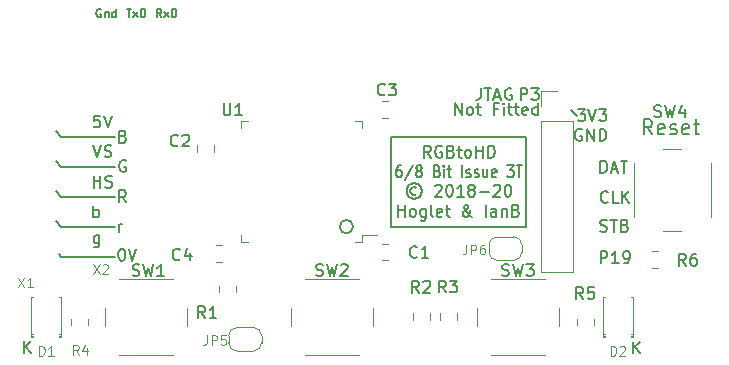
<source format=gto>
G04 #@! TF.GenerationSoftware,KiCad,Pcbnew,(5.1.4)-1*
G04 #@! TF.CreationDate,2020-02-28T01:40:15+00:00*
G04 #@! TF.ProjectId,rgb-to-hdmi,7267622d-746f-42d6-9864-6d692e6b6963,rev?*
G04 #@! TF.SameCoordinates,Original*
G04 #@! TF.FileFunction,Legend,Top*
G04 #@! TF.FilePolarity,Positive*
%FSLAX46Y46*%
G04 Gerber Fmt 4.6, Leading zero omitted, Abs format (unit mm)*
G04 Created by KiCad (PCBNEW (5.1.4)-1) date 2020-02-28 01:40:15*
%MOMM*%
%LPD*%
G04 APERTURE LIST*
%ADD10C,0.120000*%
%ADD11C,0.150000*%
%ADD12C,0.130000*%
%ADD13C,0.200000*%
G04 APERTURE END LIST*
D10*
X21974380Y-47572864D02*
X22507714Y-48372864D01*
X22507714Y-47572864D02*
X21974380Y-48372864D01*
X23231523Y-48372864D02*
X22774380Y-48372864D01*
X23002952Y-48372864D02*
X23002952Y-47572864D01*
X22926761Y-47687150D01*
X22850571Y-47763340D01*
X22774380Y-47801436D01*
X28354380Y-46442864D02*
X28887714Y-47242864D01*
X28887714Y-46442864D02*
X28354380Y-47242864D01*
X29154380Y-46519055D02*
X29192476Y-46480960D01*
X29268666Y-46442864D01*
X29459142Y-46442864D01*
X29535333Y-46480960D01*
X29573428Y-46519055D01*
X29611523Y-46595245D01*
X29611523Y-46671436D01*
X29573428Y-46785721D01*
X29116285Y-47242864D01*
X29611523Y-47242864D01*
D11*
X25642000Y-35620960D02*
X25184800Y-35163760D01*
X26150000Y-35620960D02*
X25642000Y-35620960D01*
X25642000Y-45780960D02*
X25438800Y-45577760D01*
X26150000Y-45780960D02*
X25642000Y-45780960D01*
X25642000Y-43240960D02*
X25184800Y-42783760D01*
X26150000Y-43240960D02*
X25642000Y-43240960D01*
X25642000Y-40700960D02*
X25184800Y-40243760D01*
X26175400Y-40700960D02*
X25642000Y-40700960D01*
X25642000Y-38160960D02*
X25184800Y-37703760D01*
X26150000Y-38160960D02*
X25642000Y-38160960D01*
X71290714Y-46334940D02*
X71290714Y-45334940D01*
X71671666Y-45334940D01*
X71766904Y-45382560D01*
X71814523Y-45430179D01*
X71862142Y-45525417D01*
X71862142Y-45668274D01*
X71814523Y-45763512D01*
X71766904Y-45811131D01*
X71671666Y-45858750D01*
X71290714Y-45858750D01*
X72814523Y-46334940D02*
X72243095Y-46334940D01*
X72528809Y-46334940D02*
X72528809Y-45334940D01*
X72433571Y-45477798D01*
X72338333Y-45573036D01*
X72243095Y-45620655D01*
X73290714Y-46334940D02*
X73481190Y-46334940D01*
X73576428Y-46287321D01*
X73624047Y-46239702D01*
X73719285Y-46096845D01*
X73766904Y-45906369D01*
X73766904Y-45525417D01*
X73719285Y-45430179D01*
X73671666Y-45382560D01*
X73576428Y-45334940D01*
X73385952Y-45334940D01*
X73290714Y-45382560D01*
X73243095Y-45430179D01*
X73195476Y-45525417D01*
X73195476Y-45763512D01*
X73243095Y-45858750D01*
X73290714Y-45906369D01*
X73385952Y-45953988D01*
X73576428Y-45953988D01*
X73671666Y-45906369D01*
X73719285Y-45858750D01*
X73766904Y-45763512D01*
X71262133Y-43620321D02*
X71404990Y-43667940D01*
X71643085Y-43667940D01*
X71738323Y-43620321D01*
X71785942Y-43572702D01*
X71833561Y-43477464D01*
X71833561Y-43382226D01*
X71785942Y-43286988D01*
X71738323Y-43239369D01*
X71643085Y-43191750D01*
X71452609Y-43144131D01*
X71357371Y-43096512D01*
X71309752Y-43048893D01*
X71262133Y-42953655D01*
X71262133Y-42858417D01*
X71309752Y-42763179D01*
X71357371Y-42715560D01*
X71452609Y-42667940D01*
X71690704Y-42667940D01*
X71833561Y-42715560D01*
X72119276Y-42667940D02*
X72690704Y-42667940D01*
X72404990Y-43667940D02*
X72404990Y-42667940D01*
X73357371Y-43144131D02*
X73500228Y-43191750D01*
X73547847Y-43239369D01*
X73595466Y-43334607D01*
X73595466Y-43477464D01*
X73547847Y-43572702D01*
X73500228Y-43620321D01*
X73404990Y-43667940D01*
X73024038Y-43667940D01*
X73024038Y-42667940D01*
X73357371Y-42667940D01*
X73452609Y-42715560D01*
X73500228Y-42763179D01*
X73547847Y-42858417D01*
X73547847Y-42953655D01*
X73500228Y-43048893D01*
X73452609Y-43096512D01*
X73357371Y-43144131D01*
X73024038Y-43144131D01*
X71281171Y-38664140D02*
X71281171Y-37664140D01*
X71519266Y-37664140D01*
X71662123Y-37711760D01*
X71757361Y-37806998D01*
X71804980Y-37902236D01*
X71852600Y-38092712D01*
X71852600Y-38235569D01*
X71804980Y-38426045D01*
X71757361Y-38521283D01*
X71662123Y-38616521D01*
X71519266Y-38664140D01*
X71281171Y-38664140D01*
X72233552Y-38378426D02*
X72709742Y-38378426D01*
X72138314Y-38664140D02*
X72471647Y-37664140D01*
X72804980Y-38664140D01*
X72995457Y-37664140D02*
X73566885Y-37664140D01*
X73281171Y-38664140D02*
X73281171Y-37664140D01*
X71909761Y-41134302D02*
X71862142Y-41181921D01*
X71719285Y-41229540D01*
X71624047Y-41229540D01*
X71481190Y-41181921D01*
X71385952Y-41086683D01*
X71338333Y-40991445D01*
X71290714Y-40800969D01*
X71290714Y-40658112D01*
X71338333Y-40467636D01*
X71385952Y-40372398D01*
X71481190Y-40277160D01*
X71624047Y-40229540D01*
X71719285Y-40229540D01*
X71862142Y-40277160D01*
X71909761Y-40324779D01*
X72814523Y-41229540D02*
X72338333Y-41229540D01*
X72338333Y-40229540D01*
X73147857Y-41229540D02*
X73147857Y-40229540D01*
X73719285Y-41229540D02*
X73290714Y-40658112D01*
X73719285Y-40229540D02*
X73147857Y-40800969D01*
X61127533Y-31517340D02*
X61127533Y-32231626D01*
X61079914Y-32374483D01*
X60984676Y-32469721D01*
X60841819Y-32517340D01*
X60746580Y-32517340D01*
X61460866Y-31517340D02*
X62032295Y-31517340D01*
X61746580Y-32517340D02*
X61746580Y-31517340D01*
X62318009Y-32231626D02*
X62794200Y-32231626D01*
X62222771Y-32517340D02*
X62556104Y-31517340D01*
X62889438Y-32517340D01*
X63746580Y-31564960D02*
X63651342Y-31517340D01*
X63508485Y-31517340D01*
X63365628Y-31564960D01*
X63270390Y-31660198D01*
X63222771Y-31755436D01*
X63175152Y-31945912D01*
X63175152Y-32088769D01*
X63222771Y-32279245D01*
X63270390Y-32374483D01*
X63365628Y-32469721D01*
X63508485Y-32517340D01*
X63603723Y-32517340D01*
X63746580Y-32469721D01*
X63794200Y-32422102D01*
X63794200Y-32088769D01*
X63603723Y-32088769D01*
X30214000Y-45780960D02*
X26150000Y-45780960D01*
X30705809Y-45123340D02*
X30801047Y-45123340D01*
X30896285Y-45170960D01*
X30943904Y-45218579D01*
X30991523Y-45313817D01*
X31039142Y-45504293D01*
X31039142Y-45742388D01*
X30991523Y-45932864D01*
X30943904Y-46028102D01*
X30896285Y-46075721D01*
X30801047Y-46123340D01*
X30705809Y-46123340D01*
X30610571Y-46075721D01*
X30562952Y-46028102D01*
X30515333Y-45932864D01*
X30467714Y-45742388D01*
X30467714Y-45504293D01*
X30515333Y-45313817D01*
X30562952Y-45218579D01*
X30610571Y-45170960D01*
X30705809Y-45123340D01*
X31324857Y-45123340D02*
X31658190Y-46123340D01*
X31991523Y-45123340D01*
X30214000Y-35620960D02*
X26150000Y-35620960D01*
X30214000Y-38160960D02*
X26150000Y-38160960D01*
X30214000Y-40700960D02*
X26150000Y-40700960D01*
X30214000Y-43240960D02*
X26150000Y-43240960D01*
X30480571Y-43663340D02*
X30480571Y-42996674D01*
X30480571Y-43187150D02*
X30528190Y-43091912D01*
X30575809Y-43044293D01*
X30671047Y-42996674D01*
X30766285Y-42996674D01*
X31101523Y-41183340D02*
X30768190Y-40707150D01*
X30530095Y-41183340D02*
X30530095Y-40183340D01*
X30911047Y-40183340D01*
X31006285Y-40230960D01*
X31053904Y-40278579D01*
X31101523Y-40373817D01*
X31101523Y-40516674D01*
X31053904Y-40611912D01*
X31006285Y-40659531D01*
X30911047Y-40707150D01*
X30530095Y-40707150D01*
X31093904Y-37660960D02*
X30998666Y-37613340D01*
X30855809Y-37613340D01*
X30712952Y-37660960D01*
X30617714Y-37756198D01*
X30570095Y-37851436D01*
X30522476Y-38041912D01*
X30522476Y-38184769D01*
X30570095Y-38375245D01*
X30617714Y-38470483D01*
X30712952Y-38565721D01*
X30855809Y-38613340D01*
X30951047Y-38613340D01*
X31093904Y-38565721D01*
X31141523Y-38518102D01*
X31141523Y-38184769D01*
X30951047Y-38184769D01*
X30863428Y-35599531D02*
X31006285Y-35647150D01*
X31053904Y-35694769D01*
X31101523Y-35790007D01*
X31101523Y-35932864D01*
X31053904Y-36028102D01*
X31006285Y-36075721D01*
X30911047Y-36123340D01*
X30530095Y-36123340D01*
X30530095Y-35123340D01*
X30863428Y-35123340D01*
X30958666Y-35170960D01*
X31006285Y-35218579D01*
X31053904Y-35313817D01*
X31053904Y-35409055D01*
X31006285Y-35504293D01*
X30958666Y-35551912D01*
X30863428Y-35599531D01*
X30530095Y-35599531D01*
X28866285Y-43986674D02*
X28866285Y-44796198D01*
X28818666Y-44891436D01*
X28771047Y-44939055D01*
X28675809Y-44986674D01*
X28532952Y-44986674D01*
X28437714Y-44939055D01*
X28866285Y-44605721D02*
X28771047Y-44653340D01*
X28580571Y-44653340D01*
X28485333Y-44605721D01*
X28437714Y-44558102D01*
X28390095Y-44462864D01*
X28390095Y-44177150D01*
X28437714Y-44081912D01*
X28485333Y-44034293D01*
X28580571Y-43986674D01*
X28771047Y-43986674D01*
X28866285Y-44034293D01*
X28357714Y-42463340D02*
X28357714Y-41463340D01*
X28357714Y-41844293D02*
X28452952Y-41796674D01*
X28643428Y-41796674D01*
X28738666Y-41844293D01*
X28786285Y-41891912D01*
X28833904Y-41987150D01*
X28833904Y-42272864D01*
X28786285Y-42368102D01*
X28738666Y-42415721D01*
X28643428Y-42463340D01*
X28452952Y-42463340D01*
X28357714Y-42415721D01*
X28370095Y-39933340D02*
X28370095Y-38933340D01*
X28370095Y-39409531D02*
X28941523Y-39409531D01*
X28941523Y-39933340D02*
X28941523Y-38933340D01*
X29370095Y-39885721D02*
X29512952Y-39933340D01*
X29751047Y-39933340D01*
X29846285Y-39885721D01*
X29893904Y-39838102D01*
X29941523Y-39742864D01*
X29941523Y-39647626D01*
X29893904Y-39552388D01*
X29846285Y-39504769D01*
X29751047Y-39457150D01*
X29560571Y-39409531D01*
X29465333Y-39361912D01*
X29417714Y-39314293D01*
X29370095Y-39219055D01*
X29370095Y-39123817D01*
X29417714Y-39028579D01*
X29465333Y-38980960D01*
X29560571Y-38933340D01*
X29798666Y-38933340D01*
X29941523Y-38980960D01*
X28352476Y-36343340D02*
X28685809Y-37343340D01*
X29019142Y-36343340D01*
X29304857Y-37295721D02*
X29447714Y-37343340D01*
X29685809Y-37343340D01*
X29781047Y-37295721D01*
X29828666Y-37248102D01*
X29876285Y-37152864D01*
X29876285Y-37057626D01*
X29828666Y-36962388D01*
X29781047Y-36914769D01*
X29685809Y-36867150D01*
X29495333Y-36819531D01*
X29400095Y-36771912D01*
X29352476Y-36724293D01*
X29304857Y-36629055D01*
X29304857Y-36533817D01*
X29352476Y-36438579D01*
X29400095Y-36390960D01*
X29495333Y-36343340D01*
X29733428Y-36343340D01*
X29876285Y-36390960D01*
X28891523Y-33843340D02*
X28415333Y-33843340D01*
X28367714Y-34319531D01*
X28415333Y-34271912D01*
X28510571Y-34224293D01*
X28748666Y-34224293D01*
X28843904Y-34271912D01*
X28891523Y-34319531D01*
X28939142Y-34414769D01*
X28939142Y-34652864D01*
X28891523Y-34748102D01*
X28843904Y-34795721D01*
X28748666Y-34843340D01*
X28510571Y-34843340D01*
X28415333Y-34795721D01*
X28367714Y-34748102D01*
X29224857Y-33843340D02*
X29558190Y-34843340D01*
X29891523Y-33843340D01*
D12*
X34115333Y-25523626D02*
X33882000Y-25190293D01*
X33715333Y-25523626D02*
X33715333Y-24823626D01*
X33982000Y-24823626D01*
X34048666Y-24856960D01*
X34082000Y-24890293D01*
X34115333Y-24956960D01*
X34115333Y-25056960D01*
X34082000Y-25123626D01*
X34048666Y-25156960D01*
X33982000Y-25190293D01*
X33715333Y-25190293D01*
X34348666Y-25523626D02*
X34715333Y-25056960D01*
X34348666Y-25056960D02*
X34715333Y-25523626D01*
X34982000Y-25523626D02*
X34982000Y-24823626D01*
X35148666Y-24823626D01*
X35248666Y-24856960D01*
X35315333Y-24923626D01*
X35348666Y-24990293D01*
X35382000Y-25123626D01*
X35382000Y-25223626D01*
X35348666Y-25356960D01*
X35315333Y-25423626D01*
X35248666Y-25490293D01*
X35148666Y-25523626D01*
X34982000Y-25523626D01*
X31158666Y-24823626D02*
X31558666Y-24823626D01*
X31358666Y-25523626D02*
X31358666Y-24823626D01*
X31725333Y-25523626D02*
X32092000Y-25056960D01*
X31725333Y-25056960D02*
X32092000Y-25523626D01*
X32358666Y-25523626D02*
X32358666Y-24823626D01*
X32525333Y-24823626D01*
X32625333Y-24856960D01*
X32692000Y-24923626D01*
X32725333Y-24990293D01*
X32758666Y-25123626D01*
X32758666Y-25223626D01*
X32725333Y-25356960D01*
X32692000Y-25423626D01*
X32625333Y-25490293D01*
X32525333Y-25523626D01*
X32358666Y-25523626D01*
X29002000Y-24856960D02*
X28935333Y-24823626D01*
X28835333Y-24823626D01*
X28735333Y-24856960D01*
X28668666Y-24923626D01*
X28635333Y-24990293D01*
X28602000Y-25123626D01*
X28602000Y-25223626D01*
X28635333Y-25356960D01*
X28668666Y-25423626D01*
X28735333Y-25490293D01*
X28835333Y-25523626D01*
X28902000Y-25523626D01*
X29002000Y-25490293D01*
X29035333Y-25456960D01*
X29035333Y-25223626D01*
X28902000Y-25223626D01*
X29335333Y-25056960D02*
X29335333Y-25523626D01*
X29335333Y-25123626D02*
X29368666Y-25090293D01*
X29435333Y-25056960D01*
X29535333Y-25056960D01*
X29602000Y-25090293D01*
X29635333Y-25156960D01*
X29635333Y-25523626D01*
X30268666Y-25523626D02*
X30268666Y-24823626D01*
X30268666Y-25490293D02*
X30202000Y-25523626D01*
X30068666Y-25523626D01*
X30002000Y-25490293D01*
X29968666Y-25456960D01*
X29935333Y-25390293D01*
X29935333Y-25190293D01*
X29968666Y-25123626D01*
X30002000Y-25090293D01*
X30068666Y-25056960D01*
X30202000Y-25056960D01*
X30268666Y-25090293D01*
D11*
X74060095Y-53973340D02*
X74060095Y-52973340D01*
X74631523Y-53973340D02*
X74202952Y-53401912D01*
X74631523Y-52973340D02*
X74060095Y-53544769D01*
X22460095Y-53913340D02*
X22460095Y-52913340D01*
X23031523Y-53913340D02*
X22602952Y-53341912D01*
X23031523Y-52913340D02*
X22460095Y-53484769D01*
X58948190Y-33787340D02*
X58948190Y-32787340D01*
X59519619Y-33787340D01*
X59519619Y-32787340D01*
X60138666Y-33787340D02*
X60043428Y-33739721D01*
X59995809Y-33692102D01*
X59948190Y-33596864D01*
X59948190Y-33311150D01*
X59995809Y-33215912D01*
X60043428Y-33168293D01*
X60138666Y-33120674D01*
X60281523Y-33120674D01*
X60376761Y-33168293D01*
X60424380Y-33215912D01*
X60472000Y-33311150D01*
X60472000Y-33596864D01*
X60424380Y-33692102D01*
X60376761Y-33739721D01*
X60281523Y-33787340D01*
X60138666Y-33787340D01*
X60757714Y-33120674D02*
X61138666Y-33120674D01*
X60900571Y-32787340D02*
X60900571Y-33644483D01*
X60948190Y-33739721D01*
X61043428Y-33787340D01*
X61138666Y-33787340D01*
X62567238Y-33263531D02*
X62233904Y-33263531D01*
X62233904Y-33787340D02*
X62233904Y-32787340D01*
X62710095Y-32787340D01*
X63091047Y-33787340D02*
X63091047Y-33120674D01*
X63091047Y-32787340D02*
X63043428Y-32834960D01*
X63091047Y-32882579D01*
X63138666Y-32834960D01*
X63091047Y-32787340D01*
X63091047Y-32882579D01*
X63424380Y-33120674D02*
X63805333Y-33120674D01*
X63567238Y-32787340D02*
X63567238Y-33644483D01*
X63614857Y-33739721D01*
X63710095Y-33787340D01*
X63805333Y-33787340D01*
X63995809Y-33120674D02*
X64376761Y-33120674D01*
X64138666Y-32787340D02*
X64138666Y-33644483D01*
X64186285Y-33739721D01*
X64281523Y-33787340D01*
X64376761Y-33787340D01*
X65091047Y-33739721D02*
X64995809Y-33787340D01*
X64805333Y-33787340D01*
X64710095Y-33739721D01*
X64662476Y-33644483D01*
X64662476Y-33263531D01*
X64710095Y-33168293D01*
X64805333Y-33120674D01*
X64995809Y-33120674D01*
X65091047Y-33168293D01*
X65138666Y-33263531D01*
X65138666Y-33358769D01*
X64662476Y-33454007D01*
X65995809Y-33787340D02*
X65995809Y-32787340D01*
X65995809Y-33739721D02*
X65900571Y-33787340D01*
X65710095Y-33787340D01*
X65614857Y-33739721D01*
X65567238Y-33692102D01*
X65519619Y-33596864D01*
X65519619Y-33311150D01*
X65567238Y-33215912D01*
X65614857Y-33168293D01*
X65710095Y-33120674D01*
X65900571Y-33120674D01*
X65995809Y-33168293D01*
X69330000Y-33842960D02*
X69076000Y-33588960D01*
X68822000Y-33334960D02*
X69330000Y-33842960D01*
X69361904Y-33295340D02*
X69980952Y-33295340D01*
X69647619Y-33676293D01*
X69790476Y-33676293D01*
X69885714Y-33723912D01*
X69933333Y-33771531D01*
X69980952Y-33866769D01*
X69980952Y-34104864D01*
X69933333Y-34200102D01*
X69885714Y-34247721D01*
X69790476Y-34295340D01*
X69504761Y-34295340D01*
X69409523Y-34247721D01*
X69361904Y-34200102D01*
X70266666Y-33295340D02*
X70600000Y-34295340D01*
X70933333Y-33295340D01*
X71171428Y-33295340D02*
X71790476Y-33295340D01*
X71457142Y-33676293D01*
X71600000Y-33676293D01*
X71695238Y-33723912D01*
X71742857Y-33771531D01*
X71790476Y-33866769D01*
X71790476Y-34104864D01*
X71742857Y-34200102D01*
X71695238Y-34247721D01*
X71600000Y-34295340D01*
X71314285Y-34295340D01*
X71219047Y-34247721D01*
X71171428Y-34200102D01*
X69685695Y-35019360D02*
X69590457Y-34971740D01*
X69447600Y-34971740D01*
X69304742Y-35019360D01*
X69209504Y-35114598D01*
X69161885Y-35209836D01*
X69114266Y-35400312D01*
X69114266Y-35543169D01*
X69161885Y-35733645D01*
X69209504Y-35828883D01*
X69304742Y-35924121D01*
X69447600Y-35971740D01*
X69542838Y-35971740D01*
X69685695Y-35924121D01*
X69733314Y-35876502D01*
X69733314Y-35543169D01*
X69542838Y-35543169D01*
X70161885Y-35971740D02*
X70161885Y-34971740D01*
X70733314Y-35971740D01*
X70733314Y-34971740D01*
X71209504Y-35971740D02*
X71209504Y-34971740D01*
X71447600Y-34971740D01*
X71590457Y-35019360D01*
X71685695Y-35114598D01*
X71733314Y-35209836D01*
X71780933Y-35400312D01*
X71780933Y-35543169D01*
X71733314Y-35733645D01*
X71685695Y-35828883D01*
X71590457Y-35924121D01*
X71447600Y-35971740D01*
X71209504Y-35971740D01*
X54159533Y-42397940D02*
X54159533Y-41397940D01*
X54159533Y-41874131D02*
X54719533Y-41874131D01*
X54719533Y-42397940D02*
X54719533Y-41397940D01*
X55326200Y-42397940D02*
X55232866Y-42350321D01*
X55186200Y-42302702D01*
X55139533Y-42207464D01*
X55139533Y-41921750D01*
X55186200Y-41826512D01*
X55232866Y-41778893D01*
X55326200Y-41731274D01*
X55466200Y-41731274D01*
X55559533Y-41778893D01*
X55606200Y-41826512D01*
X55652866Y-41921750D01*
X55652866Y-42207464D01*
X55606200Y-42302702D01*
X55559533Y-42350321D01*
X55466200Y-42397940D01*
X55326200Y-42397940D01*
X56492866Y-41731274D02*
X56492866Y-42540798D01*
X56446200Y-42636036D01*
X56399533Y-42683655D01*
X56306200Y-42731274D01*
X56166200Y-42731274D01*
X56072866Y-42683655D01*
X56492866Y-42350321D02*
X56399533Y-42397940D01*
X56212866Y-42397940D01*
X56119533Y-42350321D01*
X56072866Y-42302702D01*
X56026200Y-42207464D01*
X56026200Y-41921750D01*
X56072866Y-41826512D01*
X56119533Y-41778893D01*
X56212866Y-41731274D01*
X56399533Y-41731274D01*
X56492866Y-41778893D01*
X57099533Y-42397940D02*
X57006200Y-42350321D01*
X56959533Y-42255083D01*
X56959533Y-41397940D01*
X57846200Y-42350321D02*
X57752866Y-42397940D01*
X57566200Y-42397940D01*
X57472866Y-42350321D01*
X57426200Y-42255083D01*
X57426200Y-41874131D01*
X57472866Y-41778893D01*
X57566200Y-41731274D01*
X57752866Y-41731274D01*
X57846200Y-41778893D01*
X57892866Y-41874131D01*
X57892866Y-41969369D01*
X57426200Y-42064607D01*
X58172866Y-41731274D02*
X58546200Y-41731274D01*
X58312866Y-41397940D02*
X58312866Y-42255083D01*
X58359533Y-42350321D01*
X58452866Y-42397940D01*
X58546200Y-42397940D01*
X60412866Y-42397940D02*
X60366200Y-42397940D01*
X60272866Y-42350321D01*
X60132866Y-42207464D01*
X59899533Y-41921750D01*
X59806200Y-41778893D01*
X59759533Y-41636036D01*
X59759533Y-41540798D01*
X59806200Y-41445560D01*
X59899533Y-41397940D01*
X59946200Y-41397940D01*
X60039533Y-41445560D01*
X60086200Y-41540798D01*
X60086200Y-41588417D01*
X60039533Y-41683655D01*
X59992866Y-41731274D01*
X59712866Y-41921750D01*
X59666200Y-41969369D01*
X59619533Y-42064607D01*
X59619533Y-42207464D01*
X59666200Y-42302702D01*
X59712866Y-42350321D01*
X59806200Y-42397940D01*
X59946200Y-42397940D01*
X60039533Y-42350321D01*
X60086200Y-42302702D01*
X60226200Y-42112226D01*
X60272866Y-41969369D01*
X60272866Y-41874131D01*
X61579533Y-42397940D02*
X61579533Y-41397940D01*
X62466200Y-42397940D02*
X62466200Y-41874131D01*
X62419533Y-41778893D01*
X62326200Y-41731274D01*
X62139533Y-41731274D01*
X62046200Y-41778893D01*
X62466200Y-42350321D02*
X62372866Y-42397940D01*
X62139533Y-42397940D01*
X62046200Y-42350321D01*
X61999533Y-42255083D01*
X61999533Y-42159845D01*
X62046200Y-42064607D01*
X62139533Y-42016988D01*
X62372866Y-42016988D01*
X62466200Y-41969369D01*
X62932866Y-41731274D02*
X62932866Y-42397940D01*
X62932866Y-41826512D02*
X62979533Y-41778893D01*
X63072866Y-41731274D01*
X63212866Y-41731274D01*
X63306200Y-41778893D01*
X63352866Y-41874131D01*
X63352866Y-42397940D01*
X64146200Y-41874131D02*
X64286200Y-41921750D01*
X64332866Y-41969369D01*
X64379533Y-42064607D01*
X64379533Y-42207464D01*
X64332866Y-42302702D01*
X64286200Y-42350321D01*
X64192866Y-42397940D01*
X63819533Y-42397940D01*
X63819533Y-41397940D01*
X64146200Y-41397940D01*
X64239533Y-41445560D01*
X64286200Y-41493179D01*
X64332866Y-41588417D01*
X64332866Y-41683655D01*
X64286200Y-41778893D01*
X64239533Y-41826512D01*
X64146200Y-41874131D01*
X63819533Y-41874131D01*
X55703666Y-39934236D02*
X55610333Y-39886617D01*
X55423666Y-39886617D01*
X55330333Y-39934236D01*
X55237000Y-40029474D01*
X55190333Y-40124712D01*
X55190333Y-40315188D01*
X55237000Y-40410426D01*
X55330333Y-40505664D01*
X55423666Y-40553283D01*
X55610333Y-40553283D01*
X55703666Y-40505664D01*
X55517000Y-39553283D02*
X55283666Y-39600902D01*
X55050333Y-39743760D01*
X54910333Y-39981855D01*
X54863666Y-40219950D01*
X54910333Y-40458045D01*
X55050333Y-40696140D01*
X55283666Y-40838998D01*
X55517000Y-40886617D01*
X55750333Y-40838998D01*
X55983666Y-40696140D01*
X56123666Y-40458045D01*
X56170333Y-40219950D01*
X56123666Y-39981855D01*
X55983666Y-39743760D01*
X55750333Y-39600902D01*
X55517000Y-39553283D01*
X57290333Y-39791379D02*
X57337000Y-39743760D01*
X57430333Y-39696140D01*
X57663666Y-39696140D01*
X57757000Y-39743760D01*
X57803666Y-39791379D01*
X57850333Y-39886617D01*
X57850333Y-39981855D01*
X57803666Y-40124712D01*
X57243666Y-40696140D01*
X57850333Y-40696140D01*
X58457000Y-39696140D02*
X58550333Y-39696140D01*
X58643666Y-39743760D01*
X58690333Y-39791379D01*
X58737000Y-39886617D01*
X58783666Y-40077093D01*
X58783666Y-40315188D01*
X58737000Y-40505664D01*
X58690333Y-40600902D01*
X58643666Y-40648521D01*
X58550333Y-40696140D01*
X58457000Y-40696140D01*
X58363666Y-40648521D01*
X58317000Y-40600902D01*
X58270333Y-40505664D01*
X58223666Y-40315188D01*
X58223666Y-40077093D01*
X58270333Y-39886617D01*
X58317000Y-39791379D01*
X58363666Y-39743760D01*
X58457000Y-39696140D01*
X59717000Y-40696140D02*
X59157000Y-40696140D01*
X59437000Y-40696140D02*
X59437000Y-39696140D01*
X59343666Y-39838998D01*
X59250333Y-39934236D01*
X59157000Y-39981855D01*
X60277000Y-40124712D02*
X60183666Y-40077093D01*
X60137000Y-40029474D01*
X60090333Y-39934236D01*
X60090333Y-39886617D01*
X60137000Y-39791379D01*
X60183666Y-39743760D01*
X60277000Y-39696140D01*
X60463666Y-39696140D01*
X60557000Y-39743760D01*
X60603666Y-39791379D01*
X60650333Y-39886617D01*
X60650333Y-39934236D01*
X60603666Y-40029474D01*
X60557000Y-40077093D01*
X60463666Y-40124712D01*
X60277000Y-40124712D01*
X60183666Y-40172331D01*
X60137000Y-40219950D01*
X60090333Y-40315188D01*
X60090333Y-40505664D01*
X60137000Y-40600902D01*
X60183666Y-40648521D01*
X60277000Y-40696140D01*
X60463666Y-40696140D01*
X60557000Y-40648521D01*
X60603666Y-40600902D01*
X60650333Y-40505664D01*
X60650333Y-40315188D01*
X60603666Y-40219950D01*
X60557000Y-40172331D01*
X60463666Y-40124712D01*
X61070333Y-40315188D02*
X61817000Y-40315188D01*
X62237000Y-39791379D02*
X62283666Y-39743760D01*
X62377000Y-39696140D01*
X62610333Y-39696140D01*
X62703666Y-39743760D01*
X62750333Y-39791379D01*
X62797000Y-39886617D01*
X62797000Y-39981855D01*
X62750333Y-40124712D01*
X62190333Y-40696140D01*
X62797000Y-40696140D01*
X63403666Y-39696140D02*
X63497000Y-39696140D01*
X63590333Y-39743760D01*
X63637000Y-39791379D01*
X63683666Y-39886617D01*
X63730333Y-40077093D01*
X63730333Y-40315188D01*
X63683666Y-40505664D01*
X63637000Y-40600902D01*
X63590333Y-40648521D01*
X63497000Y-40696140D01*
X63403666Y-40696140D01*
X63310333Y-40648521D01*
X63263666Y-40600902D01*
X63217000Y-40505664D01*
X63170333Y-40315188D01*
X63170333Y-40077093D01*
X63217000Y-39886617D01*
X63263666Y-39791379D01*
X63310333Y-39743760D01*
X63403666Y-39696140D01*
X54386800Y-38068000D02*
X54224896Y-38068000D01*
X54143943Y-38115620D01*
X54103467Y-38163239D01*
X54022515Y-38306096D01*
X53982039Y-38496572D01*
X53982039Y-38877524D01*
X54022515Y-38972762D01*
X54062991Y-39020381D01*
X54143943Y-39068000D01*
X54305848Y-39068000D01*
X54386800Y-39020381D01*
X54427277Y-38972762D01*
X54467753Y-38877524D01*
X54467753Y-38639429D01*
X54427277Y-38544191D01*
X54386800Y-38496572D01*
X54305848Y-38448953D01*
X54143943Y-38448953D01*
X54062991Y-38496572D01*
X54022515Y-38544191D01*
X53982039Y-38639429D01*
X55439181Y-38020381D02*
X54710610Y-39306096D01*
X55843943Y-38496572D02*
X55762991Y-38448953D01*
X55722515Y-38401334D01*
X55682039Y-38306096D01*
X55682039Y-38258477D01*
X55722515Y-38163239D01*
X55762991Y-38115620D01*
X55843943Y-38068000D01*
X56005848Y-38068000D01*
X56086800Y-38115620D01*
X56127277Y-38163239D01*
X56167753Y-38258477D01*
X56167753Y-38306096D01*
X56127277Y-38401334D01*
X56086800Y-38448953D01*
X56005848Y-38496572D01*
X55843943Y-38496572D01*
X55762991Y-38544191D01*
X55722515Y-38591810D01*
X55682039Y-38687048D01*
X55682039Y-38877524D01*
X55722515Y-38972762D01*
X55762991Y-39020381D01*
X55843943Y-39068000D01*
X56005848Y-39068000D01*
X56086800Y-39020381D01*
X56127277Y-38972762D01*
X56167753Y-38877524D01*
X56167753Y-38687048D01*
X56127277Y-38591810D01*
X56086800Y-38544191D01*
X56005848Y-38496572D01*
X57462991Y-38544191D02*
X57584420Y-38591810D01*
X57624896Y-38639429D01*
X57665372Y-38734667D01*
X57665372Y-38877524D01*
X57624896Y-38972762D01*
X57584420Y-39020381D01*
X57503467Y-39068000D01*
X57179658Y-39068000D01*
X57179658Y-38068000D01*
X57462991Y-38068000D01*
X57543943Y-38115620D01*
X57584420Y-38163239D01*
X57624896Y-38258477D01*
X57624896Y-38353715D01*
X57584420Y-38448953D01*
X57543943Y-38496572D01*
X57462991Y-38544191D01*
X57179658Y-38544191D01*
X58029658Y-39068000D02*
X58029658Y-38401334D01*
X58029658Y-38068000D02*
X57989181Y-38115620D01*
X58029658Y-38163239D01*
X58070134Y-38115620D01*
X58029658Y-38068000D01*
X58029658Y-38163239D01*
X58312991Y-38401334D02*
X58636800Y-38401334D01*
X58434420Y-38068000D02*
X58434420Y-38925143D01*
X58474896Y-39020381D01*
X58555848Y-39068000D01*
X58636800Y-39068000D01*
X59567753Y-39068000D02*
X59567753Y-38068000D01*
X59932039Y-39020381D02*
X60012991Y-39068000D01*
X60174896Y-39068000D01*
X60255848Y-39020381D01*
X60296324Y-38925143D01*
X60296324Y-38877524D01*
X60255848Y-38782286D01*
X60174896Y-38734667D01*
X60053467Y-38734667D01*
X59972515Y-38687048D01*
X59932039Y-38591810D01*
X59932039Y-38544191D01*
X59972515Y-38448953D01*
X60053467Y-38401334D01*
X60174896Y-38401334D01*
X60255848Y-38448953D01*
X60620134Y-39020381D02*
X60701086Y-39068000D01*
X60862991Y-39068000D01*
X60943943Y-39020381D01*
X60984420Y-38925143D01*
X60984420Y-38877524D01*
X60943943Y-38782286D01*
X60862991Y-38734667D01*
X60741562Y-38734667D01*
X60660610Y-38687048D01*
X60620134Y-38591810D01*
X60620134Y-38544191D01*
X60660610Y-38448953D01*
X60741562Y-38401334D01*
X60862991Y-38401334D01*
X60943943Y-38448953D01*
X61712991Y-38401334D02*
X61712991Y-39068000D01*
X61348705Y-38401334D02*
X61348705Y-38925143D01*
X61389181Y-39020381D01*
X61470134Y-39068000D01*
X61591562Y-39068000D01*
X61672515Y-39020381D01*
X61712991Y-38972762D01*
X62441562Y-39020381D02*
X62360610Y-39068000D01*
X62198705Y-39068000D01*
X62117753Y-39020381D01*
X62077277Y-38925143D01*
X62077277Y-38544191D01*
X62117753Y-38448953D01*
X62198705Y-38401334D01*
X62360610Y-38401334D01*
X62441562Y-38448953D01*
X62482039Y-38544191D01*
X62482039Y-38639429D01*
X62077277Y-38734667D01*
X63412991Y-38068000D02*
X63939181Y-38068000D01*
X63655848Y-38448953D01*
X63777277Y-38448953D01*
X63858229Y-38496572D01*
X63898705Y-38544191D01*
X63939181Y-38639429D01*
X63939181Y-38877524D01*
X63898705Y-38972762D01*
X63858229Y-39020381D01*
X63777277Y-39068000D01*
X63534420Y-39068000D01*
X63453467Y-39020381D01*
X63412991Y-38972762D01*
X64182039Y-38068000D02*
X64667753Y-38068000D01*
X64424896Y-39068000D02*
X64424896Y-38068000D01*
X56919066Y-37394140D02*
X56592400Y-36917950D01*
X56359066Y-37394140D02*
X56359066Y-36394140D01*
X56732400Y-36394140D01*
X56825733Y-36441760D01*
X56872400Y-36489379D01*
X56919066Y-36584617D01*
X56919066Y-36727474D01*
X56872400Y-36822712D01*
X56825733Y-36870331D01*
X56732400Y-36917950D01*
X56359066Y-36917950D01*
X57852400Y-36441760D02*
X57759066Y-36394140D01*
X57619066Y-36394140D01*
X57479066Y-36441760D01*
X57385733Y-36536998D01*
X57339066Y-36632236D01*
X57292400Y-36822712D01*
X57292400Y-36965569D01*
X57339066Y-37156045D01*
X57385733Y-37251283D01*
X57479066Y-37346521D01*
X57619066Y-37394140D01*
X57712400Y-37394140D01*
X57852400Y-37346521D01*
X57899066Y-37298902D01*
X57899066Y-36965569D01*
X57712400Y-36965569D01*
X58645733Y-36870331D02*
X58785733Y-36917950D01*
X58832400Y-36965569D01*
X58879066Y-37060807D01*
X58879066Y-37203664D01*
X58832400Y-37298902D01*
X58785733Y-37346521D01*
X58692400Y-37394140D01*
X58319066Y-37394140D01*
X58319066Y-36394140D01*
X58645733Y-36394140D01*
X58739066Y-36441760D01*
X58785733Y-36489379D01*
X58832400Y-36584617D01*
X58832400Y-36679855D01*
X58785733Y-36775093D01*
X58739066Y-36822712D01*
X58645733Y-36870331D01*
X58319066Y-36870331D01*
X59159066Y-36727474D02*
X59532400Y-36727474D01*
X59299066Y-36394140D02*
X59299066Y-37251283D01*
X59345733Y-37346521D01*
X59439066Y-37394140D01*
X59532400Y-37394140D01*
X59999066Y-37394140D02*
X59905733Y-37346521D01*
X59859066Y-37298902D01*
X59812400Y-37203664D01*
X59812400Y-36917950D01*
X59859066Y-36822712D01*
X59905733Y-36775093D01*
X59999066Y-36727474D01*
X60139066Y-36727474D01*
X60232400Y-36775093D01*
X60279066Y-36822712D01*
X60325733Y-36917950D01*
X60325733Y-37203664D01*
X60279066Y-37298902D01*
X60232400Y-37346521D01*
X60139066Y-37394140D01*
X59999066Y-37394140D01*
X60745733Y-37394140D02*
X60745733Y-36394140D01*
X60745733Y-36870331D02*
X61305733Y-36870331D01*
X61305733Y-37394140D02*
X61305733Y-36394140D01*
X61772400Y-37394140D02*
X61772400Y-36394140D01*
X62005733Y-36394140D01*
X62145733Y-36441760D01*
X62239066Y-36536998D01*
X62285733Y-36632236D01*
X62332400Y-36822712D01*
X62332400Y-36965569D01*
X62285733Y-37156045D01*
X62239066Y-37251283D01*
X62145733Y-37346521D01*
X62005733Y-37394140D01*
X61772400Y-37394140D01*
X50339961Y-43240960D02*
G75*
G03X50339961Y-43240960I-567961J0D01*
G01*
X53582000Y-43240960D02*
X53582000Y-35620960D01*
X65012000Y-43240960D02*
X53582000Y-43240960D01*
X65012000Y-35620960D02*
X65012000Y-43240960D01*
X53582000Y-35620960D02*
X65012000Y-35620960D01*
D13*
X75656380Y-35424436D02*
X75239714Y-34829198D01*
X74942095Y-35424436D02*
X74942095Y-34174436D01*
X75418285Y-34174436D01*
X75537333Y-34233960D01*
X75596857Y-34293483D01*
X75656380Y-34412531D01*
X75656380Y-34591102D01*
X75596857Y-34710150D01*
X75537333Y-34769674D01*
X75418285Y-34829198D01*
X74942095Y-34829198D01*
X76668285Y-35364912D02*
X76549238Y-35424436D01*
X76311142Y-35424436D01*
X76192095Y-35364912D01*
X76132571Y-35245864D01*
X76132571Y-34769674D01*
X76192095Y-34650626D01*
X76311142Y-34591102D01*
X76549238Y-34591102D01*
X76668285Y-34650626D01*
X76727809Y-34769674D01*
X76727809Y-34888721D01*
X76132571Y-35007769D01*
X77204000Y-35364912D02*
X77323047Y-35424436D01*
X77561142Y-35424436D01*
X77680190Y-35364912D01*
X77739714Y-35245864D01*
X77739714Y-35186340D01*
X77680190Y-35067293D01*
X77561142Y-35007769D01*
X77382571Y-35007769D01*
X77263523Y-34948245D01*
X77204000Y-34829198D01*
X77204000Y-34769674D01*
X77263523Y-34650626D01*
X77382571Y-34591102D01*
X77561142Y-34591102D01*
X77680190Y-34650626D01*
X78751619Y-35364912D02*
X78632571Y-35424436D01*
X78394476Y-35424436D01*
X78275428Y-35364912D01*
X78215904Y-35245864D01*
X78215904Y-34769674D01*
X78275428Y-34650626D01*
X78394476Y-34591102D01*
X78632571Y-34591102D01*
X78751619Y-34650626D01*
X78811142Y-34769674D01*
X78811142Y-34888721D01*
X78215904Y-35007769D01*
X79168285Y-34591102D02*
X79644476Y-34591102D01*
X79346857Y-34174436D02*
X79346857Y-35245864D01*
X79406380Y-35364912D01*
X79525428Y-35424436D01*
X79644476Y-35424436D01*
D10*
X38965500Y-48288308D02*
X38965500Y-48810812D01*
X40385500Y-48288308D02*
X40385500Y-48810812D01*
X41427000Y-34320960D02*
X40852000Y-34320960D01*
X40852000Y-34320960D02*
X40852000Y-34895960D01*
X50497000Y-34320960D02*
X51072000Y-34320960D01*
X51072000Y-34320960D02*
X51072000Y-34895960D01*
X41427000Y-44540960D02*
X40852000Y-44540960D01*
X40852000Y-44540960D02*
X40852000Y-43965960D01*
X50497000Y-44540960D02*
X51072000Y-44540960D01*
X51072000Y-44540960D02*
X51072000Y-43965960D01*
X51072000Y-43965960D02*
X52362000Y-43965960D01*
X75621948Y-46744960D02*
X76144452Y-46744960D01*
X75621948Y-45324960D02*
X76144452Y-45324960D01*
X66270800Y-47084001D02*
X68930800Y-47084001D01*
X66270800Y-34324001D02*
X66270800Y-47084001D01*
X68930800Y-34324001D02*
X68930800Y-47084001D01*
X66270800Y-34324001D02*
X68930800Y-34324001D01*
X66270800Y-33054001D02*
X66270800Y-31724001D01*
X66270800Y-31724001D02*
X67600800Y-31724001D01*
X53335252Y-44689960D02*
X52812748Y-44689960D01*
X53335252Y-46109960D02*
X52812748Y-46109960D01*
X37124000Y-36898212D02*
X37124000Y-36375708D01*
X38544000Y-36898212D02*
X38544000Y-36375708D01*
X52812748Y-32624960D02*
X53335252Y-32624960D01*
X52812748Y-34044960D02*
X53335252Y-34044960D01*
X39263652Y-46236960D02*
X38741148Y-46236960D01*
X39263652Y-44816960D02*
X38741148Y-44816960D01*
X56844700Y-51122212D02*
X56844700Y-50599708D01*
X55424700Y-51122212D02*
X55424700Y-50599708D01*
X59118000Y-51122212D02*
X59118000Y-50599708D01*
X57698000Y-51122212D02*
X57698000Y-50599708D01*
X26492000Y-51039708D02*
X26492000Y-51562212D01*
X27912000Y-51039708D02*
X27912000Y-51562212D01*
X70712000Y-51039708D02*
X70712000Y-51562212D01*
X69292000Y-51039708D02*
X69292000Y-51562212D01*
X29306000Y-50146960D02*
X29306000Y-51646960D01*
X30556000Y-54146960D02*
X35056000Y-54146960D01*
X36306000Y-51646960D02*
X36306000Y-50146960D01*
X35056000Y-47646960D02*
X30556000Y-47646960D01*
X50804000Y-47646960D02*
X46304000Y-47646960D01*
X52054000Y-51646960D02*
X52054000Y-50146960D01*
X46304000Y-54146960D02*
X50804000Y-54146960D01*
X45054000Y-50146960D02*
X45054000Y-51646960D01*
X66552000Y-47646960D02*
X62052000Y-47646960D01*
X67802000Y-51646960D02*
X67802000Y-50146960D01*
X62052000Y-54146960D02*
X66552000Y-54146960D01*
X60802000Y-50146960D02*
X60802000Y-51646960D01*
X76617000Y-43640960D02*
X78117000Y-43640960D01*
X80617000Y-42390960D02*
X80617000Y-37890960D01*
X78117000Y-36640960D02*
X76617000Y-36640960D01*
X74117000Y-37890960D02*
X74117000Y-42390960D01*
X41896960Y-51781200D02*
G75*
G02X42596960Y-52481200I0J-700000D01*
G01*
X42596960Y-53081200D02*
G75*
G02X41896960Y-53781200I-700000J0D01*
G01*
X40496960Y-53781200D02*
G75*
G02X39796960Y-53081200I0J700000D01*
G01*
X39796960Y-52481200D02*
G75*
G02X40496960Y-51781200I700000J0D01*
G01*
X39796960Y-53081200D02*
X39796960Y-52481200D01*
X41896960Y-53781200D02*
X40496960Y-53781200D01*
X42596960Y-52481200D02*
X42596960Y-53081200D01*
X40496960Y-51781200D02*
X41896960Y-51781200D01*
X63934000Y-44102780D02*
G75*
G02X64634000Y-44802780I0J-700000D01*
G01*
X64634000Y-45402780D02*
G75*
G02X63934000Y-46102780I-700000J0D01*
G01*
X62534000Y-46102780D02*
G75*
G02X61834000Y-45402780I0J700000D01*
G01*
X61834000Y-44802780D02*
G75*
G02X62534000Y-44102780I700000J0D01*
G01*
X61834000Y-45402780D02*
X61834000Y-44802780D01*
X63934000Y-46102780D02*
X62534000Y-46102780D01*
X64634000Y-44802780D02*
X64634000Y-45402780D01*
X62534000Y-44102780D02*
X63934000Y-44102780D01*
X23089000Y-52610960D02*
X23089000Y-49190960D01*
X25609000Y-52610960D02*
X25609000Y-49190960D01*
X23089000Y-52610960D02*
X23269000Y-52610960D01*
X25429000Y-52610960D02*
X25609000Y-52610960D01*
X23089000Y-49190960D02*
X23254000Y-49190960D01*
X25444000Y-49190960D02*
X25609000Y-49190960D01*
X23089000Y-52490960D02*
X23269000Y-52490960D01*
X25429000Y-52490960D02*
X25609000Y-52490960D01*
X23089000Y-52370960D02*
X23269000Y-52370960D01*
X25429000Y-52370960D02*
X25609000Y-52370960D01*
X71499000Y-52610960D02*
X71499000Y-49190960D01*
X74019000Y-52610960D02*
X74019000Y-49190960D01*
X71499000Y-52610960D02*
X71679000Y-52610960D01*
X73839000Y-52610960D02*
X74019000Y-52610960D01*
X71499000Y-49190960D02*
X71664000Y-49190960D01*
X73854000Y-49190960D02*
X74019000Y-49190960D01*
X71499000Y-52490960D02*
X71679000Y-52490960D01*
X73839000Y-52490960D02*
X74019000Y-52490960D01*
X71499000Y-52370960D02*
X71679000Y-52370960D01*
X73839000Y-52370960D02*
X74019000Y-52370960D01*
D11*
X37819733Y-50983140D02*
X37486400Y-50506950D01*
X37248304Y-50983140D02*
X37248304Y-49983140D01*
X37629257Y-49983140D01*
X37724495Y-50030760D01*
X37772114Y-50078379D01*
X37819733Y-50173617D01*
X37819733Y-50316474D01*
X37772114Y-50411712D01*
X37724495Y-50459331D01*
X37629257Y-50506950D01*
X37248304Y-50506950D01*
X38772114Y-50983140D02*
X38200685Y-50983140D01*
X38486400Y-50983140D02*
X38486400Y-49983140D01*
X38391161Y-50125998D01*
X38295923Y-50221236D01*
X38200685Y-50268855D01*
X39383495Y-32812740D02*
X39383495Y-33622264D01*
X39431114Y-33717502D01*
X39478733Y-33765121D01*
X39573971Y-33812740D01*
X39764447Y-33812740D01*
X39859685Y-33765121D01*
X39907304Y-33717502D01*
X39954923Y-33622264D01*
X39954923Y-32812740D01*
X40954923Y-33812740D02*
X40383495Y-33812740D01*
X40669209Y-33812740D02*
X40669209Y-32812740D01*
X40573971Y-32955598D01*
X40478733Y-33050836D01*
X40383495Y-33098455D01*
X78510533Y-46538140D02*
X78177200Y-46061950D01*
X77939104Y-46538140D02*
X77939104Y-45538140D01*
X78320057Y-45538140D01*
X78415295Y-45585760D01*
X78462914Y-45633379D01*
X78510533Y-45728617D01*
X78510533Y-45871474D01*
X78462914Y-45966712D01*
X78415295Y-46014331D01*
X78320057Y-46061950D01*
X77939104Y-46061950D01*
X79367676Y-45538140D02*
X79177200Y-45538140D01*
X79081961Y-45585760D01*
X79034342Y-45633379D01*
X78939104Y-45776236D01*
X78891485Y-45966712D01*
X78891485Y-46347664D01*
X78939104Y-46442902D01*
X78986723Y-46490521D01*
X79081961Y-46538140D01*
X79272438Y-46538140D01*
X79367676Y-46490521D01*
X79415295Y-46442902D01*
X79462914Y-46347664D01*
X79462914Y-46109569D01*
X79415295Y-46014331D01*
X79367676Y-45966712D01*
X79272438Y-45919093D01*
X79081961Y-45919093D01*
X78986723Y-45966712D01*
X78939104Y-46014331D01*
X78891485Y-46109569D01*
X64527904Y-32517340D02*
X64527904Y-31517340D01*
X64908857Y-31517340D01*
X65004095Y-31564960D01*
X65051714Y-31612579D01*
X65099333Y-31707817D01*
X65099333Y-31850674D01*
X65051714Y-31945912D01*
X65004095Y-31993531D01*
X64908857Y-32041150D01*
X64527904Y-32041150D01*
X65432666Y-31517340D02*
X66051714Y-31517340D01*
X65718380Y-31898293D01*
X65861238Y-31898293D01*
X65956476Y-31945912D01*
X66004095Y-31993531D01*
X66051714Y-32088769D01*
X66051714Y-32326864D01*
X66004095Y-32422102D01*
X65956476Y-32469721D01*
X65861238Y-32517340D01*
X65575523Y-32517340D01*
X65480285Y-32469721D01*
X65432666Y-32422102D01*
X55755333Y-45788102D02*
X55707714Y-45835721D01*
X55564857Y-45883340D01*
X55469619Y-45883340D01*
X55326761Y-45835721D01*
X55231523Y-45740483D01*
X55183904Y-45645245D01*
X55136285Y-45454769D01*
X55136285Y-45311912D01*
X55183904Y-45121436D01*
X55231523Y-45026198D01*
X55326761Y-44930960D01*
X55469619Y-44883340D01*
X55564857Y-44883340D01*
X55707714Y-44930960D01*
X55755333Y-44978579D01*
X56707714Y-45883340D02*
X56136285Y-45883340D01*
X56422000Y-45883340D02*
X56422000Y-44883340D01*
X56326761Y-45026198D01*
X56231523Y-45121436D01*
X56136285Y-45169055D01*
X35508333Y-36359102D02*
X35460714Y-36406721D01*
X35317857Y-36454340D01*
X35222619Y-36454340D01*
X35079761Y-36406721D01*
X34984523Y-36311483D01*
X34936904Y-36216245D01*
X34889285Y-36025769D01*
X34889285Y-35882912D01*
X34936904Y-35692436D01*
X34984523Y-35597198D01*
X35079761Y-35501960D01*
X35222619Y-35454340D01*
X35317857Y-35454340D01*
X35460714Y-35501960D01*
X35508333Y-35549579D01*
X35889285Y-35549579D02*
X35936904Y-35501960D01*
X36032142Y-35454340D01*
X36270238Y-35454340D01*
X36365476Y-35501960D01*
X36413095Y-35549579D01*
X36460714Y-35644817D01*
X36460714Y-35740055D01*
X36413095Y-35882912D01*
X35841666Y-36454340D01*
X36460714Y-36454340D01*
X53034333Y-32042102D02*
X52986714Y-32089721D01*
X52843857Y-32137340D01*
X52748619Y-32137340D01*
X52605761Y-32089721D01*
X52510523Y-31994483D01*
X52462904Y-31899245D01*
X52415285Y-31708769D01*
X52415285Y-31565912D01*
X52462904Y-31375436D01*
X52510523Y-31280198D01*
X52605761Y-31184960D01*
X52748619Y-31137340D01*
X52843857Y-31137340D01*
X52986714Y-31184960D01*
X53034333Y-31232579D01*
X53367666Y-31137340D02*
X53986714Y-31137340D01*
X53653380Y-31518293D01*
X53796238Y-31518293D01*
X53891476Y-31565912D01*
X53939095Y-31613531D01*
X53986714Y-31708769D01*
X53986714Y-31946864D01*
X53939095Y-32042102D01*
X53891476Y-32089721D01*
X53796238Y-32137340D01*
X53510523Y-32137340D01*
X53415285Y-32089721D01*
X53367666Y-32042102D01*
X35686133Y-46011102D02*
X35638514Y-46058721D01*
X35495657Y-46106340D01*
X35400419Y-46106340D01*
X35257561Y-46058721D01*
X35162323Y-45963483D01*
X35114704Y-45868245D01*
X35067085Y-45677769D01*
X35067085Y-45534912D01*
X35114704Y-45344436D01*
X35162323Y-45249198D01*
X35257561Y-45153960D01*
X35400419Y-45106340D01*
X35495657Y-45106340D01*
X35638514Y-45153960D01*
X35686133Y-45201579D01*
X36543276Y-45439674D02*
X36543276Y-46106340D01*
X36305180Y-45058721D02*
X36067085Y-45773007D01*
X36686133Y-45773007D01*
X55915333Y-48823340D02*
X55582000Y-48347150D01*
X55343904Y-48823340D02*
X55343904Y-47823340D01*
X55724857Y-47823340D01*
X55820095Y-47870960D01*
X55867714Y-47918579D01*
X55915333Y-48013817D01*
X55915333Y-48156674D01*
X55867714Y-48251912D01*
X55820095Y-48299531D01*
X55724857Y-48347150D01*
X55343904Y-48347150D01*
X56296285Y-47918579D02*
X56343904Y-47870960D01*
X56439142Y-47823340D01*
X56677238Y-47823340D01*
X56772476Y-47870960D01*
X56820095Y-47918579D01*
X56867714Y-48013817D01*
X56867714Y-48109055D01*
X56820095Y-48251912D01*
X56248666Y-48823340D01*
X56867714Y-48823340D01*
X58195333Y-48811440D02*
X57862000Y-48335250D01*
X57623904Y-48811440D02*
X57623904Y-47811440D01*
X58004857Y-47811440D01*
X58100095Y-47859060D01*
X58147714Y-47906679D01*
X58195333Y-48001917D01*
X58195333Y-48144774D01*
X58147714Y-48240012D01*
X58100095Y-48287631D01*
X58004857Y-48335250D01*
X57623904Y-48335250D01*
X58528666Y-47811440D02*
X59147714Y-47811440D01*
X58814380Y-48192393D01*
X58957238Y-48192393D01*
X59052476Y-48240012D01*
X59100095Y-48287631D01*
X59147714Y-48382869D01*
X59147714Y-48620964D01*
X59100095Y-48716202D01*
X59052476Y-48763821D01*
X58957238Y-48811440D01*
X58671523Y-48811440D01*
X58576285Y-48763821D01*
X58528666Y-48716202D01*
D10*
X27108666Y-54082864D02*
X26842000Y-53701912D01*
X26651523Y-54082864D02*
X26651523Y-53282864D01*
X26956285Y-53282864D01*
X27032476Y-53320960D01*
X27070571Y-53359055D01*
X27108666Y-53435245D01*
X27108666Y-53549531D01*
X27070571Y-53625721D01*
X27032476Y-53663817D01*
X26956285Y-53701912D01*
X26651523Y-53701912D01*
X27794380Y-53549531D02*
X27794380Y-54082864D01*
X27603904Y-53244769D02*
X27413428Y-53816198D01*
X27908666Y-53816198D01*
D11*
X69825173Y-49360660D02*
X69491840Y-48884470D01*
X69253744Y-49360660D02*
X69253744Y-48360660D01*
X69634697Y-48360660D01*
X69729935Y-48408280D01*
X69777554Y-48455899D01*
X69825173Y-48551137D01*
X69825173Y-48693994D01*
X69777554Y-48789232D01*
X69729935Y-48836851D01*
X69634697Y-48884470D01*
X69253744Y-48884470D01*
X70729935Y-48360660D02*
X70253744Y-48360660D01*
X70206125Y-48836851D01*
X70253744Y-48789232D01*
X70348982Y-48741613D01*
X70587078Y-48741613D01*
X70682316Y-48789232D01*
X70729935Y-48836851D01*
X70777554Y-48932089D01*
X70777554Y-49170184D01*
X70729935Y-49265422D01*
X70682316Y-49313041D01*
X70587078Y-49360660D01*
X70348982Y-49360660D01*
X70253744Y-49313041D01*
X70206125Y-49265422D01*
X31668666Y-47375721D02*
X31811523Y-47423340D01*
X32049619Y-47423340D01*
X32144857Y-47375721D01*
X32192476Y-47328102D01*
X32240095Y-47232864D01*
X32240095Y-47137626D01*
X32192476Y-47042388D01*
X32144857Y-46994769D01*
X32049619Y-46947150D01*
X31859142Y-46899531D01*
X31763904Y-46851912D01*
X31716285Y-46804293D01*
X31668666Y-46709055D01*
X31668666Y-46613817D01*
X31716285Y-46518579D01*
X31763904Y-46470960D01*
X31859142Y-46423340D01*
X32097238Y-46423340D01*
X32240095Y-46470960D01*
X32573428Y-46423340D02*
X32811523Y-47423340D01*
X33002000Y-46709055D01*
X33192476Y-47423340D01*
X33430571Y-46423340D01*
X34335333Y-47423340D02*
X33763904Y-47423340D01*
X34049619Y-47423340D02*
X34049619Y-46423340D01*
X33954380Y-46566198D01*
X33859142Y-46661436D01*
X33763904Y-46709055D01*
X47208666Y-47365721D02*
X47351523Y-47413340D01*
X47589619Y-47413340D01*
X47684857Y-47365721D01*
X47732476Y-47318102D01*
X47780095Y-47222864D01*
X47780095Y-47127626D01*
X47732476Y-47032388D01*
X47684857Y-46984769D01*
X47589619Y-46937150D01*
X47399142Y-46889531D01*
X47303904Y-46841912D01*
X47256285Y-46794293D01*
X47208666Y-46699055D01*
X47208666Y-46603817D01*
X47256285Y-46508579D01*
X47303904Y-46460960D01*
X47399142Y-46413340D01*
X47637238Y-46413340D01*
X47780095Y-46460960D01*
X48113428Y-46413340D02*
X48351523Y-47413340D01*
X48542000Y-46699055D01*
X48732476Y-47413340D01*
X48970571Y-46413340D01*
X49303904Y-46508579D02*
X49351523Y-46460960D01*
X49446761Y-46413340D01*
X49684857Y-46413340D01*
X49780095Y-46460960D01*
X49827714Y-46508579D01*
X49875333Y-46603817D01*
X49875333Y-46699055D01*
X49827714Y-46841912D01*
X49256285Y-47413340D01*
X49875333Y-47413340D01*
X62968666Y-47375721D02*
X63111523Y-47423340D01*
X63349619Y-47423340D01*
X63444857Y-47375721D01*
X63492476Y-47328102D01*
X63540095Y-47232864D01*
X63540095Y-47137626D01*
X63492476Y-47042388D01*
X63444857Y-46994769D01*
X63349619Y-46947150D01*
X63159142Y-46899531D01*
X63063904Y-46851912D01*
X63016285Y-46804293D01*
X62968666Y-46709055D01*
X62968666Y-46613817D01*
X63016285Y-46518579D01*
X63063904Y-46470960D01*
X63159142Y-46423340D01*
X63397238Y-46423340D01*
X63540095Y-46470960D01*
X63873428Y-46423340D02*
X64111523Y-47423340D01*
X64302000Y-46709055D01*
X64492476Y-47423340D01*
X64730571Y-46423340D01*
X65016285Y-46423340D02*
X65635333Y-46423340D01*
X65302000Y-46804293D01*
X65444857Y-46804293D01*
X65540095Y-46851912D01*
X65587714Y-46899531D01*
X65635333Y-46994769D01*
X65635333Y-47232864D01*
X65587714Y-47328102D01*
X65540095Y-47375721D01*
X65444857Y-47423340D01*
X65159142Y-47423340D01*
X65063904Y-47375721D01*
X65016285Y-47328102D01*
X75845266Y-33917521D02*
X75988123Y-33965140D01*
X76226219Y-33965140D01*
X76321457Y-33917521D01*
X76369076Y-33869902D01*
X76416695Y-33774664D01*
X76416695Y-33679426D01*
X76369076Y-33584188D01*
X76321457Y-33536569D01*
X76226219Y-33488950D01*
X76035742Y-33441331D01*
X75940504Y-33393712D01*
X75892885Y-33346093D01*
X75845266Y-33250855D01*
X75845266Y-33155617D01*
X75892885Y-33060379D01*
X75940504Y-33012760D01*
X76035742Y-32965140D01*
X76273838Y-32965140D01*
X76416695Y-33012760D01*
X76750028Y-32965140D02*
X76988123Y-33965140D01*
X77178600Y-33250855D01*
X77369076Y-33965140D01*
X77607171Y-32965140D01*
X78416695Y-33298474D02*
X78416695Y-33965140D01*
X78178600Y-32917521D02*
X77940504Y-33631807D01*
X78559552Y-33631807D01*
D10*
X37975173Y-52439624D02*
X37975173Y-53011053D01*
X37937078Y-53125339D01*
X37860887Y-53201529D01*
X37746601Y-53239624D01*
X37670411Y-53239624D01*
X38356125Y-53239624D02*
X38356125Y-52439624D01*
X38660887Y-52439624D01*
X38737078Y-52477720D01*
X38775173Y-52515815D01*
X38813268Y-52592005D01*
X38813268Y-52706291D01*
X38775173Y-52782481D01*
X38737078Y-52820577D01*
X38660887Y-52858672D01*
X38356125Y-52858672D01*
X39537078Y-52439624D02*
X39156125Y-52439624D01*
X39118030Y-52820577D01*
X39156125Y-52782481D01*
X39232316Y-52744386D01*
X39422792Y-52744386D01*
X39498982Y-52782481D01*
X39537078Y-52820577D01*
X39575173Y-52896767D01*
X39575173Y-53087243D01*
X39537078Y-53163434D01*
X39498982Y-53201529D01*
X39422792Y-53239624D01*
X39232316Y-53239624D01*
X39156125Y-53201529D01*
X39118030Y-53163434D01*
X59933473Y-44776444D02*
X59933473Y-45347873D01*
X59895378Y-45462159D01*
X59819187Y-45538349D01*
X59704901Y-45576444D01*
X59628711Y-45576444D01*
X60314425Y-45576444D02*
X60314425Y-44776444D01*
X60619187Y-44776444D01*
X60695378Y-44814540D01*
X60733473Y-44852635D01*
X60771568Y-44928825D01*
X60771568Y-45043111D01*
X60733473Y-45119301D01*
X60695378Y-45157397D01*
X60619187Y-45195492D01*
X60314425Y-45195492D01*
X61457282Y-44776444D02*
X61304901Y-44776444D01*
X61228711Y-44814540D01*
X61190616Y-44852635D01*
X61114425Y-44966920D01*
X61076330Y-45119301D01*
X61076330Y-45424063D01*
X61114425Y-45500254D01*
X61152520Y-45538349D01*
X61228711Y-45576444D01*
X61381092Y-45576444D01*
X61457282Y-45538349D01*
X61495378Y-45500254D01*
X61533473Y-45424063D01*
X61533473Y-45233587D01*
X61495378Y-45157397D01*
X61457282Y-45119301D01*
X61381092Y-45081206D01*
X61228711Y-45081206D01*
X61152520Y-45119301D01*
X61114425Y-45157397D01*
X61076330Y-45233587D01*
X23781523Y-54162864D02*
X23781523Y-53362864D01*
X23972000Y-53362864D01*
X24086285Y-53400960D01*
X24162476Y-53477150D01*
X24200571Y-53553340D01*
X24238666Y-53705721D01*
X24238666Y-53820007D01*
X24200571Y-53972388D01*
X24162476Y-54048579D01*
X24086285Y-54124769D01*
X23972000Y-54162864D01*
X23781523Y-54162864D01*
X25000571Y-54162864D02*
X24543428Y-54162864D01*
X24772000Y-54162864D02*
X24772000Y-53362864D01*
X24695809Y-53477150D01*
X24619619Y-53553340D01*
X24543428Y-53591436D01*
X72171523Y-54162864D02*
X72171523Y-53362864D01*
X72362000Y-53362864D01*
X72476285Y-53400960D01*
X72552476Y-53477150D01*
X72590571Y-53553340D01*
X72628666Y-53705721D01*
X72628666Y-53820007D01*
X72590571Y-53972388D01*
X72552476Y-54048579D01*
X72476285Y-54124769D01*
X72362000Y-54162864D01*
X72171523Y-54162864D01*
X72933428Y-53439055D02*
X72971523Y-53400960D01*
X73047714Y-53362864D01*
X73238190Y-53362864D01*
X73314380Y-53400960D01*
X73352476Y-53439055D01*
X73390571Y-53515245D01*
X73390571Y-53591436D01*
X73352476Y-53705721D01*
X72895333Y-54162864D01*
X73390571Y-54162864D01*
M02*

</source>
